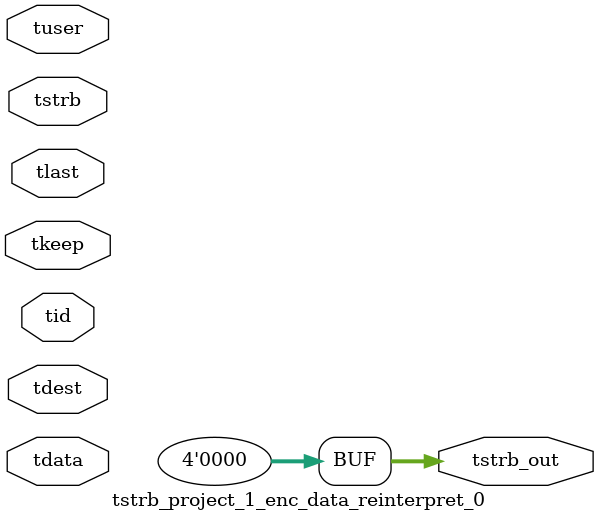
<source format=v>


`timescale 1ps/1ps

module tstrb_project_1_enc_data_reinterpret_0 #
(
parameter C_S_AXIS_TDATA_WIDTH = 32,
parameter C_S_AXIS_TUSER_WIDTH = 0,
parameter C_S_AXIS_TID_WIDTH   = 0,
parameter C_S_AXIS_TDEST_WIDTH = 0,
parameter C_M_AXIS_TDATA_WIDTH = 32
)
(
input  [(C_S_AXIS_TDATA_WIDTH == 0 ? 1 : C_S_AXIS_TDATA_WIDTH)-1:0     ] tdata,
input  [(C_S_AXIS_TUSER_WIDTH == 0 ? 1 : C_S_AXIS_TUSER_WIDTH)-1:0     ] tuser,
input  [(C_S_AXIS_TID_WIDTH   == 0 ? 1 : C_S_AXIS_TID_WIDTH)-1:0       ] tid,
input  [(C_S_AXIS_TDEST_WIDTH == 0 ? 1 : C_S_AXIS_TDEST_WIDTH)-1:0     ] tdest,
input  [(C_S_AXIS_TDATA_WIDTH/8)-1:0 ] tkeep,
input  [(C_S_AXIS_TDATA_WIDTH/8)-1:0 ] tstrb,
input                                                                    tlast,
output [(C_M_AXIS_TDATA_WIDTH/8)-1:0 ] tstrb_out
);

assign tstrb_out = {1'b0};

endmodule


</source>
